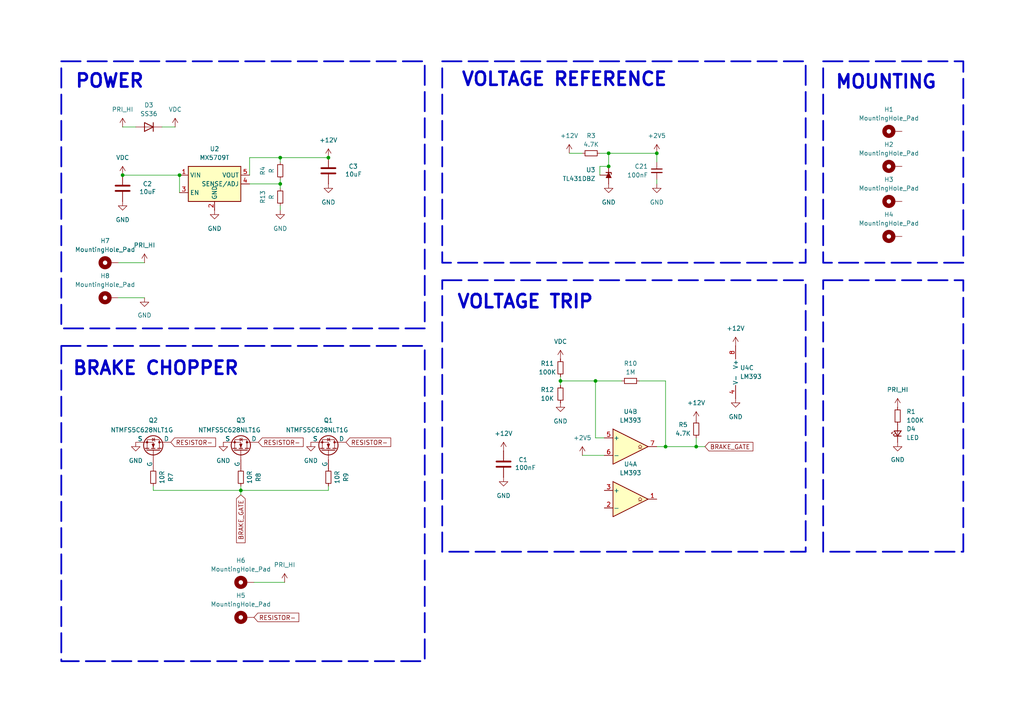
<source format=kicad_sch>
(kicad_sch (version 20250114) (generator "eeschema") (generator_version "9.0")
  (paper "A4")
  (title_block (company "TiManh"))
  (lib_symbols
    (symbol "Comparator:LM393" (pin_names (offset 0.127))
      (property "Reference" "U" (at 3.81 3.81 0))
      (property "Value" "LM393" (at 6.35 -3.81 0))
      (symbol "LM393_1_1"
        (polyline (pts (xy -5.08 5.08) (xy 5.08 0) (xy -5.08 -5.08) (xy -5.08 5.08)) (stroke (width 0.254)) (fill (type background)))
        (polyline (pts (xy 3.302 -0.508) (xy 2.794 -0.508) (xy 3.302 0) (xy 2.794 0.508) (xy 2.286 0) (xy 2.794 -0.508) (xy 2.286 -0.508)) (stroke (width 0.127)))
        (pin input line (at -7.62 2.54 0) (length 2.54) (name "+") (number "3"))
        (pin input line (at -7.62 -2.54 0) (length 2.54) (name "-") (number "2"))
        (pin open_collector line (at 7.62 0 180) (length 2.54) (name "~") (number "1"))
      )
      (symbol "LM393_2_1"
        (polyline (pts (xy -5.08 5.08) (xy 5.08 0) (xy -5.08 -5.08) (xy -5.08 5.08)) (stroke (width 0.254)) (fill (type background)))
        (polyline (pts (xy 3.302 -0.508) (xy 2.794 -0.508) (xy 3.302 0) (xy 2.794 0.508) (xy 2.286 0) (xy 2.794 -0.508) (xy 2.286 -0.508)) (stroke (width 0.127)))
        (pin input line (at -7.62 2.54 0) (length 2.54) (name "+") (number "5"))
        (pin input line (at -7.62 -2.54 0) (length 2.54) (name "-") (number "6"))
        (pin open_collector line (at 7.62 0 180) (length 2.54) (name "~") (number "7"))
      )
      (symbol "LM393_3_1"
        (pin power_in line (at -2.54 7.62 270) (length 3.81) (name "V+") (number "8"))
        (pin power_in line (at -2.54 -7.62 90) (length 3.81) (name "V-") (number "4"))
      )
    )
    (symbol "Device:C" (pin_numbers (hide yes)) (pin_names (offset 0.254))
      (property "Reference" "C" (at 0.635 2.54 0))
      (property "Value" "C" (at 0.635 -2.54 0))
      (symbol "C_0_1"
        (polyline (pts (xy -2.032 0.762) (xy 2.032 0.762)) (stroke (width 0.508)))
        (polyline (pts (xy -2.032 -0.762) (xy 2.032 -0.762)) (stroke (width 0.508)))
      )
      (symbol "C_1_1"
        (pin passive line (at 0 3.81 270) (length 2.794) (name "~") (number "1"))
        (pin passive line (at 0 -3.81 90) (length 2.794) (name "~") (number "2"))
      )
    )
    (symbol "Device:C_Small" (pin_numbers (hide yes)) (pin_names (offset 0.254) (hide yes))
      (property "Reference" "C" (at 0.254 1.778 0))
      (property "Value" "C_Small" (at 0.254 -2.032 0))
      (symbol "C_Small_0_1"
        (polyline (pts (xy -1.524 0.508) (xy 1.524 0.508)) (stroke (width 0.3048)))
        (polyline (pts (xy -1.524 -0.508) (xy 1.524 -0.508)) (stroke (width 0.3302)))
      )
      (symbol "C_Small_1_1"
        (pin passive line (at 0 2.54 270) (length 2.032) (name "~") (number "1"))
        (pin passive line (at 0 -2.54 90) (length 2.032) (name "~") (number "2"))
      )
    )
    (symbol "Device:D" (pin_numbers (hide yes)) (pin_names (offset 1.016) (hide yes))
      (property "Reference" "D" (at 0 2.54 0))
      (property "Value" "D" (at 0 -2.54 0))
      (symbol "D_0_1"
        (polyline (pts (xy -1.27 1.27) (xy -1.27 -1.27)) (stroke (width 0.254)))
        (polyline (pts (xy 1.27 1.27) (xy 1.27 -1.27) (xy -1.27 0) (xy 1.27 1.27)) (stroke (width 0.254)))
        (polyline (pts (xy 1.27 0) (xy -1.27 0)))
      )
      (symbol "D_1_1"
        (pin passive line (at -3.81 0 0) (length 2.54) (name "K") (number "1"))
        (pin passive line (at 3.81 0 180) (length 2.54) (name "A") (number "2"))
      )
    )
    (symbol "Device:LED_Small" (pin_numbers (hide yes)) (pin_names (offset 0.254) (hide yes))
      (property "Reference" "D" (at -1.27 3.175 0))
      (property "Value" "LED_Small" (at -4.445 -2.54 0))
      (symbol "LED_Small_0_1"
        (polyline (pts (xy -0.762 -1.016) (xy -0.762 1.016)) (stroke (width 0.254)))
        (polyline (pts (xy 0 0.762) (xy -0.508 1.27) (xy -0.254 1.27) (xy -0.508 1.27) (xy -0.508 1.016)))
        (polyline (pts (xy 0.508 1.27) (xy 0 1.778) (xy 0.254 1.778) (xy 0 1.778) (xy 0 1.524)))
        (polyline (pts (xy 0.762 -1.016) (xy -0.762 0) (xy 0.762 1.016) (xy 0.762 -1.016)) (stroke (width 0.254)))
        (polyline (pts (xy 1.016 0) (xy -0.762 0)))
      )
      (symbol "LED_Small_1_1"
        (pin passive line (at -2.54 0 0) (length 1.778) (name "K") (number "1"))
        (pin passive line (at 2.54 0 180) (length 1.778) (name "A") (number "2"))
      )
    )
    (symbol "Device:R_Small" (pin_numbers (hide yes)) (pin_names (offset 0.254) (hide yes))
      (property "Reference" "R" (at 0 0 90))
      (property "Value" "R_Small" (at 1.778 0 90))
      (symbol "R_Small_0_1"
        (rectangle (start -0.762 1.778) (end 0.762 -1.778) (stroke (width 0.2032)))
      )
      (symbol "R_Small_1_1"
        (pin passive line (at 0 2.54 270) (length 0.762) (name "~") (number "1"))
        (pin passive line (at 0 -2.54 90) (length 0.762) (name "~") (number "2"))
      )
    )
    (symbol "Mechanical:MountingHole_Pad" (pin_numbers (hide yes)) (pin_names (offset 1.016) (hide yes)) (in_bom no)
      (property "Reference" "H" (at 0 6.35 0))
      (property "Value" "MountingHole_Pad" (at 0 4.445 0))
      (symbol "MountingHole_Pad_0_1"
        (circle (center 0 1.27) (radius 1.27) (stroke (width 1.27)))
      )
      (symbol "MountingHole_Pad_1_1"
        (pin input line (at 0 -2.54 90) (length 2.54) (name "1") (number "1"))
      )
    )
    (symbol "Reference_Voltage:TL431DBZ" (pin_numbers (hide yes)) (pin_names (hide yes))
      (property "Reference" "U" (at -2.54 2.54 0))
      (property "Value" "TL431DBZ" (at 0 -2.54 0))
      (symbol "TL431DBZ_0_1"
        (polyline (pts (xy -1.27 0) (xy 0 0) (xy 1.27 0)))
        (polyline (pts (xy -0.762 -0.762) (xy -0.762 0.762) (xy 0.762 0) (xy -0.762 -0.762)) (fill (type outline)))
        (polyline (pts (xy 0.254 -0.762) (xy 0.762 -0.762) (xy 0.762 0.762) (xy 0.762 0.762)) (stroke (width 0.254)))
      )
      (symbol "TL431DBZ_1_1"
        (pin passive line (at -2.54 0 0) (length 2.54) (name "A") (number "3"))
        (pin passive line (at 0 2.54 270) (length 2.54) (name "REF") (number "2"))
        (pin passive line (at 2.54 0 180) (length 2.54) (name "K") (number "1"))
      )
    )
    (symbol "Regulator_Linear:ADP7142AUJZ"
      (property "Reference" "U" (at 0 8.89 0))
      (property "Value" "ADP7142AUJZ" (at 0 6.35 0))
      (symbol "ADP7142AUJZ_0_1"
        (rectangle (start -7.62 5.08) (end 7.62 -5.08) (stroke (width 0.254)) (fill (type background)))
      )
      (symbol "ADP7142AUJZ_1_1"
        (pin power_in line (at -10.16 2.54 0) (length 2.54) (name "VIN") (number "1"))
        (pin input line (at -10.16 -2.54 0) (length 2.54) (name "EN") (number "3"))
        (pin power_in line (at 0 -7.62 90) (length 2.54) (name "GND") (number "2"))
        (pin power_out line (at 10.16 2.54 180) (length 2.54) (name "VOUT") (number "5"))
        (pin input line (at 10.16 0 180) (length 2.54) (name "SENSE/ADJ") (number "4"))
      )
    )
    (symbol "TiManh:NMOS-8PINS" (pin_numbers (hide yes)) (pin_names (offset 0))
      (property "Reference" "Q" (at 3.81 1.27 0))
      (property "Value" "NMOS-8PINS" (at 3.81 -1.27 0))
      (symbol "NMOS-8PINS_0_1"
        (polyline (pts (xy -1.016 1.905) (xy -1.016 -1.905)) (stroke (width 0.254)))
        (polyline (pts (xy -1.016 0) (xy -3.81 0)))
        (polyline (pts (xy -0.508 2.286) (xy -0.508 1.27)) (stroke (width 0.254)))
        (polyline (pts (xy -0.508 0.508) (xy -0.508 -0.508)) (stroke (width 0.254)))
        (polyline (pts (xy -0.508 -1.27) (xy -0.508 -2.286)) (stroke (width 0.254)))
        (polyline (pts (xy -0.508 -1.778) (xy 2.032 -1.778) (xy 2.032 1.778) (xy -0.508 1.778)))
        (polyline (pts (xy -0.254 0) (xy 0.762 0.381) (xy 0.762 -0.381) (xy -0.254 0)) (fill (type outline)))
        (circle (center 0.381 0) (radius 2.794) (stroke (width 0.254)))
        (polyline (pts (xy 1.27 2.54) (xy 1.27 1.778)))
        (circle (center 1.27 1.778) (radius 0.254) (fill (type outline)))
        (circle (center 1.27 -1.778) (radius 0.254) (fill (type outline)))
        (polyline (pts (xy 1.27 -2.54) (xy 1.27 0) (xy -0.508 0)))
        (polyline (pts (xy 1.524 0.508) (xy 1.651 0.381) (xy 2.413 0.381) (xy 2.54 0.254)))
        (polyline (pts (xy 2.032 0.381) (xy 1.651 -0.254) (xy 2.413 -0.254) (xy 2.032 0.381)))
      )
      (symbol "NMOS-8PINS_1_1"
        (pin input line (at -6.35 0 0) (length 2.54) (name "G") (number "4"))
        (pin passive line (at 1.27 5.08 270) (length 2.54) (name "D") (number "5"))
        (pin passive line (at 1.27 -5.08 90) (length 2.54) (name "S") (number "1"))
        (pin passive line (at 1.27 -5.08 90) (length 2.54) (name "S") (number "2"))
        (pin passive line (at 1.27 -5.08 90) (length 2.54) (name "S") (number "3"))
      )
    )
    (symbol "power:+12V" (power) (pin_numbers (hide yes)) (pin_names (offset 0) (hide yes))
      (property "Value" "+12V" (at 0 3.556 0))
      (symbol "+12V_0_1"
        (polyline (pts (xy -0.762 1.27) (xy 0 2.54)))
        (polyline (pts (xy 0 2.54) (xy 0.762 1.27)))
        (polyline (pts (xy 0 0) (xy 0 2.54)))
      )
      (symbol "+12V_1_1"
        (pin power_in line (at 0 0 90) (length 0) (name "~") (number "1"))
      )
    )
    (symbol "power:+2V5" (power) (pin_numbers (hide yes)) (pin_names (offset 0) (hide yes))
      (property "Value" "+2V5" (at 0 3.556 0))
      (symbol "+2V5_0_1"
        (polyline (pts (xy -0.762 1.27) (xy 0 2.54)))
        (polyline (pts (xy 0 2.54) (xy 0.762 1.27)))
        (polyline (pts (xy 0 0) (xy 0 2.54)))
      )
      (symbol "+2V5_1_1"
        (pin power_in line (at 0 0 90) (length 0) (name "~") (number "1"))
      )
    )
    (symbol "power:GND" (power) (pin_numbers (hide yes)) (pin_names (offset 0) (hide yes))
      (property "Value" "GND" (at 0 -3.81 0))
      (symbol "GND_0_1"
        (polyline (pts (xy 0 0) (xy 0 -1.27) (xy 1.27 -1.27) (xy 0 -2.54) (xy -1.27 -1.27) (xy 0 -1.27)))
      )
      (symbol "GND_1_1"
        (pin power_in line (at 0 0 270) (length 0) (name "~") (number "1"))
      )
    )
    (symbol "power:PRI_HI" (power) (pin_numbers (hide yes)) (pin_names (offset 0) (hide yes))
      (property "Value" "PRI_HI" (at 0 3.556 0))
      (symbol "PRI_HI_0_1"
        (polyline (pts (xy -0.762 1.27) (xy 0 2.54)))
        (polyline (pts (xy 0 2.54) (xy 0.762 1.27)))
        (polyline (pts (xy 0 0) (xy 0 2.54)))
      )
      (symbol "PRI_HI_1_1"
        (pin power_in line (at 0 0 90) (length 0) (name "~") (number "1"))
      )
    )
    (symbol "power:VDC" (power) (pin_numbers (hide yes)) (pin_names (offset 0) (hide yes))
      (property "Value" "VDC" (at 0 3.556 0))
      (symbol "VDC_0_1"
        (polyline (pts (xy -0.762 1.27) (xy 0 2.54)))
        (polyline (pts (xy 0 2.54) (xy 0.762 1.27)))
        (polyline (pts (xy 0 0) (xy 0 2.54)))
      )
      (symbol "VDC_1_1"
        (pin power_in line (at 0 0 90) (length 0) (name "~") (number "1"))
      )
    )
  )
  (rectangle (start 17.78 17.78) (end 123.19 95.25) (stroke (width 0.508) (type dash)))
  (rectangle (start 128.27 81.28) (end 233.68 160.02) (stroke (width 0.508) (type dash)))
  (rectangle (start 238.76 17.78) (end 279.4 76.2) (stroke (width 0.508) (type dash)))
  (rectangle (start 238.76 81.28) (end 279.4 160.02) (stroke (width 0.508) (type dash)))
  (rectangle (start 17.78 100.33) (end 123.19 191.77) (stroke (width 0.508) (type dash)))
  (rectangle (start 128.27 17.78) (end 233.68 76.2) (stroke (width 0.508) (type dash)))
  (text "VOLTAGE TRIP" (at 132.334 87.63 0) (effects (font (size 3.81 3.81) (bold yes)) (justify left)))
  (text "VOLTAGE REFERENCE" (at 133.604 23.114 0) (effects (font (size 3.81 3.81) (bold yes)) (justify left)))
  (text "POWER" (at 21.59 23.622 0) (effects (font (size 3.81 3.81) (bold yes)) (justify left)))
  (text "BRAKE CHOPPER" (at 20.828 106.934 0) (effects (font (size 3.81 3.81) (bold yes)) (justify left)))
  (text "MOUNTING" (at 242.062 23.876 0) (effects (font (size 3.81 3.81) (bold yes)) (justify left)))
  (junction (at 52.07 50.8))
  (junction (at 81.28 45.72))
  (junction (at 193.04 129.54))
  (junction (at 35.56 50.8))
  (junction (at 95.25 45.72))
  (junction (at 176.53 44.45))
  (junction (at 69.85 142.24))
  (junction (at 162.56 110.49))
  (junction (at 172.72 110.49))
  (junction (at 176.53 48.26))
  (junction (at 81.28 53.34))
  (junction (at 201.93 129.54))
  (junction (at 190.5 44.45))
  (wire (pts (xy 176.53 44.45) (xy 176.53 48.26)))
  (wire (pts (xy 162.56 110.49) (xy 162.56 111.76)))
  (wire (pts (xy 172.72 110.49) (xy 180.34 110.49)))
  (wire (pts (xy 193.04 129.54) (xy 201.93 129.54)))
  (wire (pts (xy 173.99 50.8) (xy 173.99 48.26)))
  (wire (pts (xy 72.39 45.72) (xy 81.28 45.72)))
  (wire (pts (xy 176.53 44.45) (xy 190.5 44.45)))
  (wire (pts (xy 190.5 129.54) (xy 193.04 129.54)))
  (wire (pts (xy 165.1 44.45) (xy 168.91 44.45)))
  (wire (pts (xy 162.56 110.49) (xy 172.72 110.49)))
  (wire (pts (xy 190.5 52.07) (xy 190.5 53.34)))
  (wire (pts (xy 168.91 132.08) (xy 175.26 132.08)))
  (wire (pts (xy 69.85 142.24) (xy 95.25 142.24)))
  (wire (pts (xy 72.39 53.34) (xy 81.28 53.34)))
  (wire (pts (xy 81.28 46.99) (xy 81.28 45.72)))
  (wire (pts (xy 190.5 46.99) (xy 190.5 44.45)))
  (wire (pts (xy 81.28 52.07) (xy 81.28 53.34)))
  (wire (pts (xy 35.56 36.83) (xy 39.37 36.83)))
  (wire (pts (xy 41.91 86.36) (xy 34.29 86.36)))
  (wire (pts (xy 41.91 76.2) (xy 34.29 76.2)))
  (wire (pts (xy 173.99 44.45) (xy 176.53 44.45)))
  (wire (pts (xy 69.85 142.24) (xy 69.85 140.97)))
  (wire (pts (xy 72.39 45.72) (xy 72.39 50.8)))
  (wire (pts (xy 172.72 127) (xy 175.26 127)))
  (wire (pts (xy 201.93 129.54) (xy 204.47 129.54)))
  (wire (pts (xy 50.8 36.83) (xy 46.99 36.83)))
  (wire (pts (xy 81.28 45.72) (xy 95.25 45.72)))
  (wire (pts (xy 82.55 168.91) (xy 73.66 168.91)))
  (wire (pts (xy 193.04 110.49) (xy 193.04 129.54)))
  (wire (pts (xy 173.99 48.26) (xy 176.53 48.26)))
  (wire (pts (xy 95.25 142.24) (xy 95.25 140.97)))
  (wire (pts (xy 201.93 127) (xy 201.93 129.54)))
  (wire (pts (xy 172.72 110.49) (xy 172.72 127)))
  (wire (pts (xy 69.85 143.51) (xy 69.85 142.24)))
  (wire (pts (xy 44.45 142.24) (xy 44.45 140.97)))
  (wire (pts (xy 162.56 109.22) (xy 162.56 110.49)))
  (wire (pts (xy 44.45 142.24) (xy 69.85 142.24)))
  (wire (pts (xy 81.28 54.61) (xy 81.28 53.34)))
  (wire (pts (xy 81.28 59.69) (xy 81.28 60.96)))
  (wire (pts (xy 52.07 50.8) (xy 52.07 55.88)))
  (wire (pts (xy 35.56 50.8) (xy 52.07 50.8)))
  (wire (pts (xy 185.42 110.49) (xy 193.04 110.49)))
  (global_label "BRAKE_GATE" (shape input) (at 204.47 129.54 0) (property "Intersheetrefs" "${INTERSHEET_REFS}" (effects (hide yes))))
  (global_label "RESISTOR-" (shape input) (at 100.33 128.27 0) (property "Intersheetrefs" "${INTERSHEET_REFS}" (effects (hide yes))))
  (global_label "RESISTOR-" (shape input) (at 74.93 128.27 0) (property "Intersheetrefs" "${INTERSHEET_REFS}" (effects (hide yes))))
  (global_label "BRAKE_GATE" (shape input) (at 69.85 143.51 270) (property "Intersheetrefs" "${INTERSHEET_REFS}" (effects (hide yes))))
  (global_label "RESISTOR-" (shape input) (at 73.66 179.07 0) (property "Intersheetrefs" "${INTERSHEET_REFS}" (effects (hide yes))))
  (global_label "RESISTOR-" (shape input) (at 49.53 128.27 0) (property "Intersheetrefs" "${INTERSHEET_REFS}" (effects (hide yes))))
  (symbol (lib_id "TiManh:NMOS-8PINS") (at 44.45 129.54 270) (mirror x) (unit 1)
    (property "Reference" "Q2" (at 44.45 121.92 90))
    (property "Value" "NTMFS5C628NLT1G" (at 41.148 124.714 90))
    (property "Footprint" "Package_DFN_QFN:PQFN-8-EP_6x5mm_P1.27mm_Generic" (effects (hide yes)))
  )
  (symbol (lib_id "Device:R_Small") (at 162.56 114.3 0) (mirror y) (unit 1)
    (property "Reference" "R12" (at 158.75 113.03 0))
    (property "Value" "10K" (at 158.75 115.57 0))
    (property "Footprint" "Resistor_SMD:R_0603_1608Metric" (effects (hide yes)))
    (property "Description" "Resistor, small symbol" (effects (hide yes)))
  )
  (symbol (lib_id "power:VDC") (at 35.56 50.8 0) (unit 1)
    (property "Reference" "#PWR02" (effects (hide yes)))
    (property "Value" "VDC" (at 35.56 45.72 0))
    (property "Description" "Power symbol creates a global label with name \"VDC\"" (effects (hide yes)))
  )
  (symbol (lib_id "Mechanical:MountingHole_Pad") (at 259.08 68.58 90) (unit 1) (in_bom no)
    (property "Reference" "H4" (at 257.81 62.23 90))
    (property "Value" "MountingHole_Pad" (at 257.81 64.77 90))
    (property "Footprint" "MountingHole:MountingHole_3.2mm_M3_Pad_Via" (effects (hide yes)))
    (property "Description" "Mounting Hole with connection" (effects (hide yes)))
  )
  (symbol (lib_id "power:VDC") (at 50.8 36.83 0) (unit 1)
    (property "Reference" "#PWR015" (effects (hide yes)))
    (property "Value" "VDC" (at 50.8 31.75 0))
    (property "Description" "Power symbol creates a global label with name \"VDC\"" (effects (hide yes)))
  )
  (symbol (lib_id "TiManh:NMOS-8PINS") (at 69.85 129.54 270) (mirror x) (unit 1)
    (property "Reference" "Q3" (at 69.85 121.92 90))
    (property "Value" "NTMFS5C628NLT1G" (at 66.548 124.714 90))
    (property "Footprint" "Package_DFN_QFN:PQFN-8-EP_6x5mm_P1.27mm_Generic" (effects (hide yes)))
  )
  (symbol (lib_id "Comparator:LM393") (at 182.88 144.78 0) (unit 1)
    (property "Reference" "U4" (at 182.88 134.62 0))
    (property "Value" "LM393" (at 182.88 137.16 0))
    (property "Footprint" "Package_SO:SOIC-8_3.9x4.9mm_P1.27mm" (effects (hide yes)))
    (property "Datasheet" "http://www.ti.com/lit/ds/symlink/lm393.pdf" (effects (hide yes)))
    (property "Description" "Low-Power, Low-Offset Voltage, Dual Comparators, DIP-8/SOIC-8/TO-99-8" (effects (hide yes)))
  )
  (symbol (lib_id "Mechanical:MountingHole_Pad") (at 71.12 168.91 90) (unit 1) (in_bom no)
    (property "Reference" "H6" (at 69.85 162.56 90))
    (property "Value" "MountingHole_Pad" (at 69.85 165.1 90))
    (property "Footprint" "MountingHole:MountingHole_3.2mm_M3_Pad_Via" (effects (hide yes)))
    (property "Description" "Mounting Hole with connection" (effects (hide yes)))
  )
  (symbol (lib_id "Device:R_Small") (at 44.45 138.43 0) (mirror x) (unit 1)
    (property "Reference" "R7" (at 49.53 138.43 90))
    (property "Value" "10R" (at 46.99 138.43 90))
    (property "Footprint" "Resistor_SMD:R_0603_1608Metric" (effects (hide yes)))
    (property "Description" "Resistor, small symbol" (effects (hide yes)))
  )
  (symbol (lib_id "power:GND") (at 41.91 86.36 0) (unit 1)
    (property "Reference" "#PWR045" (effects (hide yes)))
    (property "Value" "GND" (at 41.91 91.44 0))
    (property "Description" "Power symbol creates a global label with name \"GND\" , ground" (effects (hide yes)))
  )
  (symbol (lib_id "Device:R_Small") (at 81.28 57.15 0) (mirror y) (unit 1)
    (property "Reference" "R13" (at 76.2 57.15 90))
    (property "Value" "R" (at 78.74 57.15 90))
    (property "Footprint" "Resistor_SMD:R_0603_1608Metric" (effects (hide yes)))
    (property "Description" "Resistor, small symbol" (effects (hide yes)))
  )
  (symbol (lib_id "Mechanical:MountingHole_Pad") (at 71.12 179.07 90) (unit 1) (in_bom no)
    (property "Reference" "H5" (at 69.85 172.72 90))
    (property "Value" "MountingHole_Pad" (at 69.85 175.26 90))
    (property "Footprint" "MountingHole:MountingHole_3.2mm_M3_Pad_Via" (effects (hide yes)))
    (property "Description" "Mounting Hole with connection" (effects (hide yes)))
  )
  (symbol (lib_id "power:GND") (at 81.28 60.96 0) (unit 1)
    (property "Reference" "#PWR025" (effects (hide yes)))
    (property "Value" "GND" (at 81.28 66.294 0))
    (property "Description" "Power symbol creates a global label with name \"GND\" , ground" (effects (hide yes)))
  )
  (symbol (lib_id "power:GND") (at 260.35 128.27 0) (unit 1)
    (property "Reference" "#PWR039" (effects (hide yes)))
    (property "Value" "GND" (at 260.35 133.35 0))
    (property "Description" "Power symbol creates a global label with name \"GND\" , ground" (effects (hide yes)))
  )
  (symbol (lib_id "Mechanical:MountingHole_Pad") (at 259.08 58.42 90) (unit 1) (in_bom no)
    (property "Reference" "H3" (at 257.81 52.07 90))
    (property "Value" "MountingHole_Pad" (at 257.81 54.61 90))
    (property "Footprint" "MountingHole:MountingHole_3.2mm_M3_Pad_Via" (effects (hide yes)))
    (property "Description" "Mounting Hole with connection" (effects (hide yes)))
  )
  (symbol (lib_id "power:GND") (at 90.17 128.27 0) (unit 1)
    (property "Reference" "#PWR05" (effects (hide yes)))
    (property "Value" "GND" (at 90.17 133.604 0))
    (property "Description" "Power symbol creates a global label with name \"GND\" , ground" (effects (hide yes)))
  )
  (symbol (lib_id "Device:C_Small") (at 190.5 49.53 0) (mirror y) (unit 1)
    (property "Reference" "C21" (at 187.96 48.2662 0) (effects (justify left)))
    (property "Value" "100nF" (at 187.96 50.8062 0) (effects (justify left)))
    (property "Footprint" "Capacitor_SMD:C_0603_1608Metric" (effects (hide yes)))
    (property "Description" "Unpolarized capacitor, small symbol" (effects (hide yes)))
  )
  (symbol (lib_id "Device:R_Small") (at 201.93 124.46 0) (mirror y) (unit 1)
    (property "Reference" "R5" (at 198.12 123.19 0))
    (property "Value" "4.7K" (at 198.12 125.73 0))
    (property "Footprint" "Resistor_SMD:R_0603_1608Metric" (effects (hide yes)))
    (property "Description" "Resistor, small symbol" (effects (hide yes)))
  )
  (symbol (lib_id "Mechanical:MountingHole_Pad") (at 31.75 86.36 90) (unit 1) (in_bom no)
    (property "Reference" "H8" (at 30.48 80.01 90))
    (property "Value" "MountingHole_Pad" (at 30.48 82.55 90))
    (property "Footprint" "MountingHole:MountingHole_3.2mm_M3_Pad_Via" (effects (hide yes)))
    (property "Description" "Mounting Hole with connection" (effects (hide yes)))
  )
  (symbol (lib_id "power:GND") (at 95.25 53.34 0) (unit 1)
    (property "Reference" "#PWR04" (effects (hide yes)))
    (property "Value" "GND" (at 95.25 58.674 0))
    (property "Description" "Power symbol creates a global label with name \"GND\" , ground" (effects (hide yes)))
  )
  (symbol (lib_id "Device:D") (at 43.18 36.83 180) (unit 1)
    (property "Reference" "D3" (at 43.18 30.48 0))
    (property "Value" "SS36" (at 43.18 33.02 0))
    (property "Footprint" "Diode_SMD:D_SMA" (effects (hide yes)))
    (property "Description" "Diode" (effects (hide yes)))
    (property "Sim.Device" "D" (effects (hide yes)))
    (property "Sim.Pins" "1=K 2=A" (effects (hide yes)))
  )
  (symbol (lib_id "TiManh:NMOS-8PINS") (at 95.25 129.54 270) (mirror x) (unit 1)
    (property "Reference" "Q1" (at 95.25 121.92 90))
    (property "Value" "NTMFS5C628NLT1G" (at 91.948 124.714 90))
    (property "Footprint" "Package_DFN_QFN:PQFN-8-EP_6x5mm_P1.27mm_Generic" (effects (hide yes)))
  )
  (symbol (lib_id "power:GND") (at 64.77 128.27 0) (unit 1)
    (property "Reference" "#PWR06" (effects (hide yes)))
    (property "Value" "GND" (at 64.77 133.604 0))
    (property "Description" "Power symbol creates a global label with name \"GND\" , ground" (effects (hide yes)))
  )
  (symbol (lib_id "power:GND") (at 190.5 53.34 0) (unit 1)
    (property "Reference" "#PWR012" (effects (hide yes)))
    (property "Value" "GND" (at 190.5 58.674 0))
    (property "Description" "Power symbol creates a global label with name \"GND\" , ground" (effects (hide yes)))
  )
  (symbol (lib_id "power:+12V") (at 201.93 121.92 0) (unit 1)
    (property "Reference" "#PWR013" (effects (hide yes)))
    (property "Value" "+12V" (at 201.93 116.84 0))
    (property "Description" "Power symbol creates a global label with name \"+12V\"" (effects (hide yes)))
  )
  (symbol (lib_id "power:PRI_HI") (at 41.91 76.2 0) (unit 1)
    (property "Reference" "#PWR016" (effects (hide yes)))
    (property "Value" "PRI_HI" (at 41.91 71.12 0))
    (property "Description" "Power symbol creates a global label with name \"PRI_HI\"" (effects (hide yes)))
  )
  (symbol (lib_id "power:GND") (at 213.36 115.57 0) (unit 1)
    (property "Reference" "#PWR018" (effects (hide yes)))
    (property "Value" "GND" (at 213.36 120.904 0))
    (property "Description" "Power symbol creates a global label with name \"GND\" , ground" (effects (hide yes)))
  )
  (symbol (lib_id "Mechanical:MountingHole_Pad") (at 31.75 76.2 90) (unit 1) (in_bom no)
    (property "Reference" "H7" (at 30.48 69.85 90))
    (property "Value" "MountingHole_Pad" (at 30.48 72.39 90))
    (property "Footprint" "MountingHole:MountingHole_3.2mm_M3_Pad_Via" (effects (hide yes)))
    (property "Description" "Mounting Hole with connection" (effects (hide yes)))
  )
  (symbol (lib_id "Device:R_Small") (at 260.35 120.65 0) (unit 1)
    (property "Reference" "R1" (at 262.89 119.3799 0) (effects (justify left)))
    (property "Value" "100K" (at 262.89 121.9199 0) (effects (justify left)))
    (property "Footprint" "Resistor_SMD:R_0603_1608Metric" (effects (hide yes)))
    (property "Description" "Resistor, small symbol" (effects (hide yes)))
  )
  (symbol (lib_id "Device:C") (at 146.05 134.62 180) (unit 1)
    (property "Reference" "C1" (at 150.368 133.35 0) (effects (justify right)))
    (property "Value" "100nF" (at 149.352 135.636 0) (effects (justify right)))
    (property "Footprint" "Capacitor_SMD:C_0805_2012Metric" (effects (hide yes)))
    (property "Description" "Unpolarized capacitor" (effects (hide yes)))
  )
  (symbol (lib_id "power:GND") (at 162.56 116.84 0) (unit 1)
    (property "Reference" "#PWR022" (effects (hide yes)))
    (property "Value" "GND" (at 162.56 122.174 0))
    (property "Description" "Power symbol creates a global label with name \"GND\" , ground" (effects (hide yes)))
  )
  (symbol (lib_id "power:GND") (at 39.37 128.27 0) (unit 1)
    (property "Reference" "#PWR07" (effects (hide yes)))
    (property "Value" "GND" (at 39.37 133.604 0))
    (property "Description" "Power symbol creates a global label with name \"GND\" , ground" (effects (hide yes)))
  )
  (symbol (lib_id "Device:C") (at 95.25 49.53 180) (unit 1)
    (property "Reference" "C3" (at 101.092 48.26 0) (effects (justify right)))
    (property "Value" "10uF" (at 100.076 50.546 0) (effects (justify right)))
    (property "Footprint" "Capacitor_SMD:C_1206_3216Metric" (effects (hide yes)))
    (property "Description" "Unpolarized capacitor" (effects (hide yes)))
  )
  (symbol (lib_id "Comparator:LM393") (at 215.9 107.95 0) (unit 3)
    (property "Reference" "U4" (at 214.63 106.6799 0) (effects (justify left)))
    (property "Value" "LM393" (at 214.63 109.2199 0) (effects (justify left)))
    (property "Footprint" "Package_SO:SOIC-8_3.9x4.9mm_P1.27mm" (effects (hide yes)))
    (property "Datasheet" "http://www.ti.com/lit/ds/symlink/lm393.pdf" (effects (hide yes)))
    (property "Description" "Low-Power, Low-Offset Voltage, Dual Comparators, DIP-8/SOIC-8/TO-99-8" (effects (hide yes)))
  )
  (symbol (lib_id "power:PRI_HI") (at 82.55 168.91 0) (unit 1)
    (property "Reference" "#PWR08" (effects (hide yes)))
    (property "Value" "PRI_HI" (at 82.55 163.83 0))
    (property "Description" "Power symbol creates a global label with name \"PRI_HI\"" (effects (hide yes)))
  )
  (symbol (lib_id "Device:R_Small") (at 95.25 138.43 0) (mirror x) (unit 1)
    (property "Reference" "R9" (at 100.33 138.43 90))
    (property "Value" "10R" (at 97.79 138.43 90))
    (property "Footprint" "Resistor_SMD:R_0603_1608Metric" (effects (hide yes)))
    (property "Description" "Resistor, small symbol" (effects (hide yes)))
  )
  (symbol (lib_id "Device:R_Small") (at 81.28 49.53 0) (mirror y) (unit 1)
    (property "Reference" "R4" (at 76.2 49.53 90))
    (property "Value" "R" (at 78.74 49.53 90))
    (property "Footprint" "Resistor_SMD:R_0603_1608Metric" (effects (hide yes)))
    (property "Description" "Resistor, small symbol" (effects (hide yes)))
  )
  (symbol (lib_id "power:+12V") (at 95.25 45.72 0) (unit 1)
    (property "Reference" "#PWR01" (effects (hide yes)))
    (property "Value" "+12V" (at 95.25 40.64 0))
    (property "Description" "Power symbol creates a global label with name \"+12V\"" (effects (hide yes)))
  )
  (symbol (lib_id "power:PRI_HI") (at 260.35 118.11 0) (unit 1)
    (property "Reference" "#PWR036" (effects (hide yes)))
    (property "Value" "PRI_HI" (at 260.35 113.03 0))
    (property "Description" "Power symbol creates a global label with name \"PRI_HI\"" (effects (hide yes)))
  )
  (symbol (lib_id "Device:R_Small") (at 182.88 110.49 270) (mirror x) (unit 1)
    (property "Reference" "R10" (at 182.88 105.41 90))
    (property "Value" "1M" (at 182.88 107.95 90))
    (property "Footprint" "Resistor_SMD:R_0603_1608Metric" (effects (hide yes)))
    (property "Description" "Resistor, small symbol" (effects (hide yes)))
  )
  (symbol (lib_id "Device:R_Small") (at 162.56 106.68 0) (mirror y) (unit 1)
    (property "Reference" "R11" (at 158.75 105.41 0))
    (property "Value" "100K" (at 158.75 107.95 0))
    (property "Footprint" "Resistor_SMD:R_0603_1608Metric" (effects (hide yes)))
    (property "Description" "Resistor, small symbol" (effects (hide yes)))
  )
  (symbol (lib_id "Regulator_Linear:ADP7142AUJZ") (at 62.23 53.34 0) (unit 1)
    (property "Reference" "U2" (at 62.23 43.18 0))
    (property "Value" "MX5709T" (at 62.23 45.72 0))
    (property "Footprint" "Package_TO_SOT_SMD:TSOT-23-5" (effects (hide yes)))
    (property "Datasheet" "https://www.analog.com/media/en/technical-documentation/data-sheets/ADP7142.pdf" (effects (hide yes)))
    (property "Description" "200mA, Low Noise, CMOS Low Dropout Regulator, Positive, Adjustable, TSOT-23-5" (effects (hide yes)))
  )
  (symbol (lib_id "Reference_Voltage:TL431DBZ") (at 176.53 50.8 90) (unit 1)
    (property "Reference" "U3" (at 172.72 49.276 90) (effects (justify left)))
    (property "Value" "TL431DBZ" (at 172.72 51.816 90) (effects (justify left)))
    (property "Footprint" "Package_TO_SOT_SMD:SOT-23" (effects (hide yes)))
    (property "Datasheet" "http://www.ti.com/lit/ds/symlink/tl431.pdf" (effects (hide yes)))
    (property "Description" "Shunt Regulator, SOT-23" (effects (hide yes)))
  )
  (symbol (lib_id "power:GND") (at 35.56 58.42 0) (unit 1)
    (property "Reference" "#PWR024" (effects (hide yes)))
    (property "Value" "GND" (at 35.56 63.754 0))
    (property "Description" "Power symbol creates a global label with name \"GND\" , ground" (effects (hide yes)))
  )
  (symbol (lib_id "power:+12V") (at 146.05 130.81 0) (unit 1)
    (property "Reference" "#PWR019" (effects (hide yes)))
    (property "Value" "+12V" (at 146.05 125.73 0))
    (property "Description" "Power symbol creates a global label with name \"+12V\"" (effects (hide yes)))
  )
  (symbol (lib_id "power:+12V") (at 165.1 44.45 0) (unit 1)
    (property "Reference" "#PWR010" (effects (hide yes)))
    (property "Value" "+12V" (at 165.1 39.37 0))
    (property "Description" "Power symbol creates a global label with name \"+12V\"" (effects (hide yes)))
  )
  (symbol (lib_id "power:+12V") (at 213.36 100.33 0) (unit 1)
    (property "Reference" "#PWR017" (effects (hide yes)))
    (property "Value" "+12V" (at 213.36 95.25 0))
    (property "Description" "Power symbol creates a global label with name \"+12V\"" (effects (hide yes)))
  )
  (symbol (lib_id "power:GND") (at 176.53 53.34 0) (unit 1)
    (property "Reference" "#PWR09" (effects (hide yes)))
    (property "Value" "GND" (at 176.53 58.674 0))
    (property "Description" "Power symbol creates a global label with name \"GND\" , ground" (effects (hide yes)))
  )
  (symbol (lib_id "Device:R_Small") (at 171.45 44.45 270) (mirror x) (unit 1)
    (property "Reference" "R3" (at 171.45 39.37 90))
    (property "Value" "4.7K" (at 171.45 41.91 90))
    (property "Footprint" "Resistor_SMD:R_0603_1608Metric" (effects (hide yes)))
    (property "Description" "Resistor, small symbol" (effects (hide yes)))
  )
  (symbol (lib_id "Mechanical:MountingHole_Pad") (at 259.08 48.26 90) (unit 1) (in_bom no)
    (property "Reference" "H2" (at 257.81 41.91 90))
    (property "Value" "MountingHole_Pad" (at 257.81 44.45 90))
    (property "Footprint" "MountingHole:MountingHole_3.2mm_M3_Pad_Via" (effects (hide yes)))
    (property "Description" "Mounting Hole with connection" (effects (hide yes)))
  )
  (symbol (lib_id "power:VDC") (at 162.56 104.14 0) (unit 1)
    (property "Reference" "#PWR023" (effects (hide yes)))
    (property "Value" "VDC" (at 162.56 99.06 0))
    (property "Description" "Power symbol creates a global label with name \"VDC\"" (effects (hide yes)))
  )
  (symbol (lib_id "power:+2V5") (at 168.91 132.08 0) (unit 1)
    (property "Reference" "#PWR021" (effects (hide yes)))
    (property "Value" "+2V5" (at 168.91 127 0))
    (property "Description" "Power symbol creates a global label with name \"+2V5\"" (effects (hide yes)))
  )
  (symbol (lib_id "power:+2V5") (at 190.5 44.45 0) (unit 1)
    (property "Reference" "#PWR011" (effects (hide yes)))
    (property "Value" "+2V5" (at 190.5 39.37 0))
    (property "Description" "Power symbol creates a global label with name \"+2V5\"" (effects (hide yes)))
  )
  (symbol (lib_id "power:GND") (at 146.05 138.43 0) (unit 1)
    (property "Reference" "#PWR020" (effects (hide yes)))
    (property "Value" "GND" (at 146.05 143.764 0))
    (property "Description" "Power symbol creates a global label with name \"GND\" , ground" (effects (hide yes)))
  )
  (symbol (lib_id "Mechanical:MountingHole_Pad") (at 259.08 38.1 90) (unit 1) (in_bom no)
    (property "Reference" "H1" (at 257.81 31.75 90))
    (property "Value" "MountingHole_Pad" (at 257.81 34.29 90))
    (property "Footprint" "MountingHole:MountingHole_3.2mm_M3_Pad_Via" (effects (hide yes)))
    (property "Description" "Mounting Hole with connection" (effects (hide yes)))
  )
  (symbol (lib_id "Device:R_Small") (at 69.85 138.43 0) (mirror x) (unit 1)
    (property "Reference" "R8" (at 74.93 138.43 90))
    (property "Value" "10R" (at 72.39 138.43 90))
    (property "Footprint" "Resistor_SMD:R_0603_1608Metric" (effects (hide yes)))
    (property "Description" "Resistor, small symbol" (effects (hide yes)))
  )
  (symbol (lib_id "Comparator:LM393") (at 182.88 129.54 0) (unit 2)
    (property "Reference" "U4" (at 182.88 119.38 0))
    (property "Value" "LM393" (at 182.88 121.92 0))
    (property "Footprint" "Package_SO:SOIC-8_3.9x4.9mm_P1.27mm" (effects (hide yes)))
    (property "Datasheet" "http://www.ti.com/lit/ds/symlink/lm393.pdf" (effects (hide yes)))
    (property "Description" "Low-Power, Low-Offset Voltage, Dual Comparators, DIP-8/SOIC-8/TO-99-8" (effects (hide yes)))
  )
  (symbol (lib_id "power:GND") (at 62.23 60.96 0) (unit 1)
    (property "Reference" "#PWR03" (effects (hide yes)))
    (property "Value" "GND" (at 62.23 66.294 0))
    (property "Description" "Power symbol creates a global label with name \"GND\" , ground" (effects (hide yes)))
  )
  (symbol (lib_id "Device:C") (at 35.56 54.61 180) (unit 1)
    (property "Reference" "C2" (at 41.402 53.34 0) (effects (justify right)))
    (property "Value" "10uF" (at 40.386 55.626 0) (effects (justify right)))
    (property "Footprint" "Capacitor_SMD:C_1206_3216Metric" (effects (hide yes)))
    (property "Description" "Unpolarized capacitor" (effects (hide yes)))
  )
  (symbol (lib_id "power:PRI_HI") (at 35.56 36.83 0) (unit 1)
    (property "Reference" "#PWR014" (effects (hide yes)))
    (property "Value" "PRI_HI" (at 35.56 31.75 0))
    (property "Description" "Power symbol creates a global label with name \"PRI_HI\"" (effects (hide yes)))
  )
  (symbol (lib_id "Device:LED_Small") (at 260.35 125.73 90) (unit 1)
    (property "Reference" "D4" (at 262.89 124.3964 90) (effects (justify right)))
    (property "Value" "LED" (at 262.89 126.9364 90) (effects (justify right)))
    (property "Footprint" "LED_SMD:LED_0603_1608Metric" (effects (hide yes)))
    (property "Description" "Light emitting diode, small symbol" (effects (hide yes)))
    (property "Sim.Pin" "1=K 2=A" (effects (hide yes)))
  )
)
</source>
